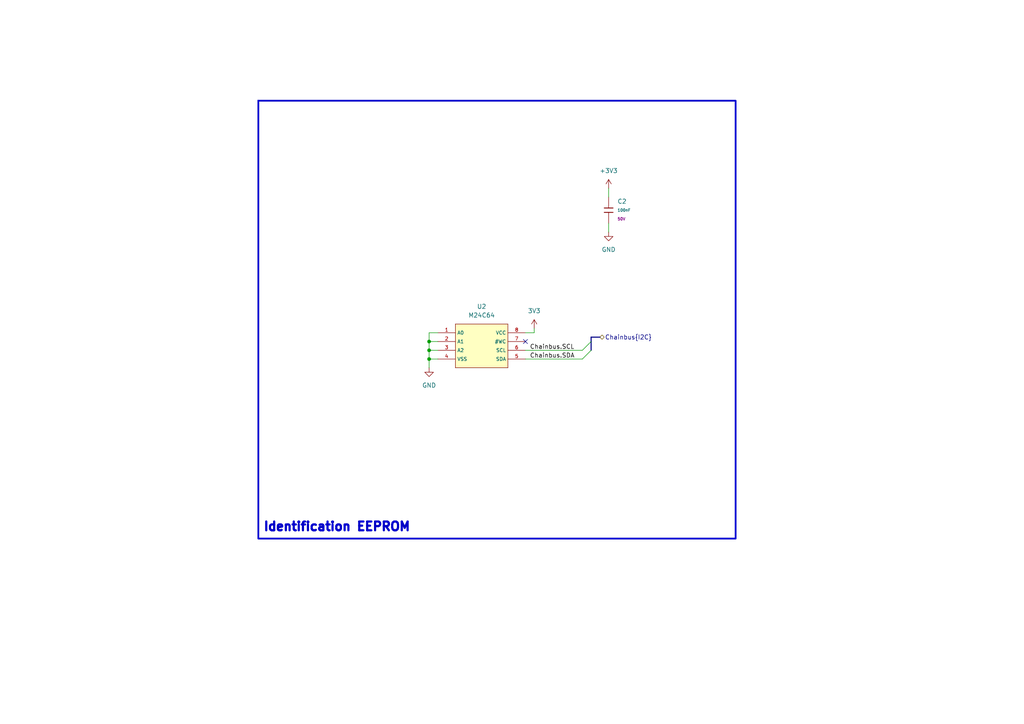
<source format=kicad_sch>
(kicad_sch
	(version 20250114)
	(generator "eeschema")
	(generator_version "9.0")
	(uuid "8ae4eda8-1dcd-4765-9563-99f70ead8592")
	(paper "A4")
	(lib_symbols
		(symbol "PCM_JLCPCB-Capacitors:0603,100nF"
			(pin_numbers
				(hide yes)
			)
			(pin_names
				(offset 0)
			)
			(exclude_from_sim no)
			(in_bom yes)
			(on_board yes)
			(property "Reference" "C"
				(at 2.032 1.668 0)
				(effects
					(font
						(size 1.27 1.27)
					)
					(justify left)
				)
			)
			(property "Value" "100nF"
				(at 2.032 -0.3782 0)
				(effects
					(font
						(size 0.8 0.8)
					)
					(justify left)
				)
			)
			(property "Footprint" "PCM_JLCPCB:C_0603"
				(at -1.778 0 90)
				(effects
					(font
						(size 1.27 1.27)
					)
					(hide yes)
				)
			)
			(property "Datasheet" "https://www.lcsc.com/datasheet/lcsc_datasheet_2211101700_YAGEO-CC0603KRX7R9BB104_C14663.pdf"
				(at 0 0 0)
				(effects
					(font
						(size 1.27 1.27)
					)
					(hide yes)
				)
			)
			(property "Description" "50V 100nF X7R ±10% 0603 Multilayer Ceramic Capacitors MLCC - SMD/SMT ROHS"
				(at 0 0 0)
				(effects
					(font
						(size 1.27 1.27)
					)
					(hide yes)
				)
			)
			(property "LCSC" "C14663"
				(at 0 0 0)
				(effects
					(font
						(size 1.27 1.27)
					)
					(hide yes)
				)
			)
			(property "Stock" "70324515"
				(at 0 0 0)
				(effects
					(font
						(size 1.27 1.27)
					)
					(hide yes)
				)
			)
			(property "Price" "0.006USD"
				(at 0 0 0)
				(effects
					(font
						(size 1.27 1.27)
					)
					(hide yes)
				)
			)
			(property "Process" "SMT"
				(at 0 0 0)
				(effects
					(font
						(size 1.27 1.27)
					)
					(hide yes)
				)
			)
			(property "Minimum Qty" "20"
				(at 0 0 0)
				(effects
					(font
						(size 1.27 1.27)
					)
					(hide yes)
				)
			)
			(property "Attrition Qty" "10"
				(at 0 0 0)
				(effects
					(font
						(size 1.27 1.27)
					)
					(hide yes)
				)
			)
			(property "Class" "Basic Component"
				(at 0 0 0)
				(effects
					(font
						(size 1.27 1.27)
					)
					(hide yes)
				)
			)
			(property "Category" "Capacitors,Multilayer Ceramic Capacitors MLCC - SMD/SMT"
				(at 0 0 0)
				(effects
					(font
						(size 1.27 1.27)
					)
					(hide yes)
				)
			)
			(property "Manufacturer" "YAGEO"
				(at 0 0 0)
				(effects
					(font
						(size 1.27 1.27)
					)
					(hide yes)
				)
			)
			(property "Part" "CC0603KRX7R9BB104"
				(at 0 0 0)
				(effects
					(font
						(size 1.27 1.27)
					)
					(hide yes)
				)
			)
			(property "Voltage Rated" "50V"
				(at 2.032 -2.0462 0)
				(effects
					(font
						(size 0.8 0.8)
					)
					(justify left)
				)
			)
			(property "Tolerance" "±10%"
				(at 0 0 0)
				(effects
					(font
						(size 1.27 1.27)
					)
					(hide yes)
				)
			)
			(property "Capacitance" "100nF"
				(at 0 0 0)
				(effects
					(font
						(size 1.27 1.27)
					)
					(hide yes)
				)
			)
			(property "Temperature Coefficient" "X7R"
				(at 0 0 0)
				(effects
					(font
						(size 1.27 1.27)
					)
					(hide yes)
				)
			)
			(property "ki_fp_filters" "C_*"
				(at 0 0 0)
				(effects
					(font
						(size 1.27 1.27)
					)
					(hide yes)
				)
			)
			(symbol "0603,100nF_0_1"
				(polyline
					(pts
						(xy -1.27 0.635) (xy 1.27 0.635)
					)
					(stroke
						(width 0.254)
						(type default)
					)
					(fill
						(type none)
					)
				)
				(polyline
					(pts
						(xy -1.27 -0.635) (xy 1.27 -0.635)
					)
					(stroke
						(width 0.254)
						(type default)
					)
					(fill
						(type none)
					)
				)
			)
			(symbol "0603,100nF_1_1"
				(pin passive line
					(at 0 3.81 270)
					(length 3.175)
					(name "~"
						(effects
							(font
								(size 1.27 1.27)
							)
						)
					)
					(number "1"
						(effects
							(font
								(size 1.27 1.27)
							)
						)
					)
				)
				(pin passive line
					(at 0 -3.81 90)
					(length 3.175)
					(name "~"
						(effects
							(font
								(size 1.27 1.27)
							)
						)
					)
					(number "2"
						(effects
							(font
								(size 1.27 1.27)
							)
						)
					)
				)
			)
			(embedded_fonts no)
		)
		(symbol "PCM_JLCPCB-Memory:64Kbit, I2C"
			(exclude_from_sim no)
			(in_bom yes)
			(on_board yes)
			(property "Reference" "U"
				(at 0 1.27 0)
				(effects
					(font
						(size 1.27 1.27)
					)
				)
			)
			(property "Value" "M24C64"
				(at 0 -2.54 0)
				(effects
					(font
						(size 1.27 1.27)
					)
				)
			)
			(property "Footprint" "PCM_JLCPCB:SOIC-8_L5.0-W4.0-P1.27-LS6.0-BL"
				(at 0 -10.16 0)
				(effects
					(font
						(size 1.27 1.27)
						(italic yes)
					)
					(hide yes)
				)
			)
			(property "Datasheet" "https://www.lcsc.com/datasheet/lcsc_datasheet_1809261911_STMicroelectronics-M24C64-RMN6TP_C79988.pdf"
				(at -2.286 0.127 0)
				(effects
					(font
						(size 1.27 1.27)
					)
					(justify left)
					(hide yes)
				)
			)
			(property "Description" "64Kbit I2C SOIC-8 EEPROM ROHS"
				(at 0 0 0)
				(effects
					(font
						(size 1.27 1.27)
					)
					(hide yes)
				)
			)
			(property "LCSC" "C79988"
				(at 0 0 0)
				(effects
					(font
						(size 1.27 1.27)
					)
					(hide yes)
				)
			)
			(property "Stock" "133697"
				(at 0 0 0)
				(effects
					(font
						(size 1.27 1.27)
					)
					(hide yes)
				)
			)
			(property "Price" "0.119USD"
				(at 0 0 0)
				(effects
					(font
						(size 1.27 1.27)
					)
					(hide yes)
				)
			)
			(property "Process" "SMT"
				(at 0 0 0)
				(effects
					(font
						(size 1.27 1.27)
					)
					(hide yes)
				)
			)
			(property "Minimum Qty" "1"
				(at 0 0 0)
				(effects
					(font
						(size 1.27 1.27)
					)
					(hide yes)
				)
			)
			(property "Attrition Qty" "0"
				(at 0 0 0)
				(effects
					(font
						(size 1.27 1.27)
					)
					(hide yes)
				)
			)
			(property "Class" "Preferred Component"
				(at 0 0 0)
				(effects
					(font
						(size 1.27 1.27)
					)
					(hide yes)
				)
			)
			(property "Category" "Memory,EEPROM"
				(at 0 0 0)
				(effects
					(font
						(size 1.27 1.27)
					)
					(hide yes)
				)
			)
			(property "Manufacturer" "STMicroelectronics"
				(at 0 0 0)
				(effects
					(font
						(size 1.27 1.27)
					)
					(hide yes)
				)
			)
			(property "Part" "M24C64-RMN6TP"
				(at 0 0 0)
				(effects
					(font
						(size 1.27 1.27)
					)
					(hide yes)
				)
			)
			(property "Interface Type" "I2C"
				(at 0 0 0)
				(effects
					(font
						(size 1.27 1.27)
					)
					(hide yes)
				)
			)
			(property "Supply Voltage" "1.8V~5.5V"
				(at 0 0 0)
				(effects
					(font
						(size 1.27 1.27)
					)
					(hide yes)
				)
			)
			(property "Memory Size" "64Kbit"
				(at 0 0 0)
				(effects
					(font
						(size 1.27 1.27)
					)
					(hide yes)
				)
			)
			(property "Operating Temperature" "-40°C~+85°C"
				(at 0 0 0)
				(effects
					(font
						(size 1.27 1.27)
					)
					(hide yes)
				)
			)
			(property "ki_keywords" "C79988"
				(at 0 0 0)
				(effects
					(font
						(size 1.27 1.27)
					)
					(hide yes)
				)
			)
			(symbol "64Kbit, I2C_0_1"
				(rectangle
					(start -7.62 7.62)
					(end 7.62 -5.08)
					(stroke
						(width 0)
						(type default)
					)
					(fill
						(type background)
					)
				)
				(pin unspecified line
					(at -12.7 5.08 0)
					(length 5.08)
					(name "A0"
						(effects
							(font
								(size 1 1)
							)
						)
					)
					(number "1"
						(effects
							(font
								(size 1 1)
							)
						)
					)
				)
				(pin unspecified line
					(at -12.7 2.54 0)
					(length 5.08)
					(name "A1"
						(effects
							(font
								(size 1 1)
							)
						)
					)
					(number "2"
						(effects
							(font
								(size 1 1)
							)
						)
					)
				)
				(pin unspecified line
					(at -12.7 0 0)
					(length 5.08)
					(name "A2"
						(effects
							(font
								(size 1 1)
							)
						)
					)
					(number "3"
						(effects
							(font
								(size 1 1)
							)
						)
					)
				)
				(pin power_in line
					(at -12.7 -2.54 0)
					(length 5.08)
					(name "VSS"
						(effects
							(font
								(size 1 1)
							)
						)
					)
					(number "4"
						(effects
							(font
								(size 1 1)
							)
						)
					)
				)
				(pin power_in line
					(at 12.7 5.08 180)
					(length 5.08)
					(name "VCC"
						(effects
							(font
								(size 1 1)
							)
						)
					)
					(number "8"
						(effects
							(font
								(size 1 1)
							)
						)
					)
				)
				(pin unspecified line
					(at 12.7 2.54 180)
					(length 5.08)
					(name "#WC"
						(effects
							(font
								(size 1 1)
							)
						)
					)
					(number "7"
						(effects
							(font
								(size 1 1)
							)
						)
					)
				)
				(pin unspecified line
					(at 12.7 0 180)
					(length 5.08)
					(name "SCL"
						(effects
							(font
								(size 1 1)
							)
						)
					)
					(number "6"
						(effects
							(font
								(size 1 1)
							)
						)
					)
				)
				(pin bidirectional line
					(at 12.7 -2.54 180)
					(length 5.08)
					(name "SDA"
						(effects
							(font
								(size 1 1)
							)
						)
					)
					(number "5"
						(effects
							(font
								(size 1 1)
							)
						)
					)
				)
			)
			(embedded_fonts no)
		)
		(symbol "power:+3.3V"
			(power)
			(pin_numbers
				(hide yes)
			)
			(pin_names
				(offset 0)
				(hide yes)
			)
			(exclude_from_sim no)
			(in_bom yes)
			(on_board yes)
			(property "Reference" "#PWR"
				(at 0 -3.81 0)
				(effects
					(font
						(size 1.27 1.27)
					)
					(hide yes)
				)
			)
			(property "Value" "+3.3V"
				(at 0 3.556 0)
				(effects
					(font
						(size 1.27 1.27)
					)
				)
			)
			(property "Footprint" ""
				(at 0 0 0)
				(effects
					(font
						(size 1.27 1.27)
					)
					(hide yes)
				)
			)
			(property "Datasheet" ""
				(at 0 0 0)
				(effects
					(font
						(size 1.27 1.27)
					)
					(hide yes)
				)
			)
			(property "Description" "Power symbol creates a global label with name \"+3.3V\""
				(at 0 0 0)
				(effects
					(font
						(size 1.27 1.27)
					)
					(hide yes)
				)
			)
			(property "ki_keywords" "global power"
				(at 0 0 0)
				(effects
					(font
						(size 1.27 1.27)
					)
					(hide yes)
				)
			)
			(symbol "+3.3V_0_1"
				(polyline
					(pts
						(xy -0.762 1.27) (xy 0 2.54)
					)
					(stroke
						(width 0)
						(type default)
					)
					(fill
						(type none)
					)
				)
				(polyline
					(pts
						(xy 0 2.54) (xy 0.762 1.27)
					)
					(stroke
						(width 0)
						(type default)
					)
					(fill
						(type none)
					)
				)
				(polyline
					(pts
						(xy 0 0) (xy 0 2.54)
					)
					(stroke
						(width 0)
						(type default)
					)
					(fill
						(type none)
					)
				)
			)
			(symbol "+3.3V_1_1"
				(pin power_in line
					(at 0 0 90)
					(length 0)
					(name "~"
						(effects
							(font
								(size 1.27 1.27)
							)
						)
					)
					(number "1"
						(effects
							(font
								(size 1.27 1.27)
							)
						)
					)
				)
			)
			(embedded_fonts no)
		)
		(symbol "power:+5V"
			(power)
			(pin_numbers
				(hide yes)
			)
			(pin_names
				(offset 0)
				(hide yes)
			)
			(exclude_from_sim no)
			(in_bom yes)
			(on_board yes)
			(property "Reference" "#PWR"
				(at 0 -3.81 0)
				(effects
					(font
						(size 1.27 1.27)
					)
					(hide yes)
				)
			)
			(property "Value" "+5V"
				(at 0 3.556 0)
				(effects
					(font
						(size 1.27 1.27)
					)
				)
			)
			(property "Footprint" ""
				(at 0 0 0)
				(effects
					(font
						(size 1.27 1.27)
					)
					(hide yes)
				)
			)
			(property "Datasheet" ""
				(at 0 0 0)
				(effects
					(font
						(size 1.27 1.27)
					)
					(hide yes)
				)
			)
			(property "Description" "Power symbol creates a global label with name \"+5V\""
				(at 0 0 0)
				(effects
					(font
						(size 1.27 1.27)
					)
					(hide yes)
				)
			)
			(property "ki_keywords" "global power"
				(at 0 0 0)
				(effects
					(font
						(size 1.27 1.27)
					)
					(hide yes)
				)
			)
			(symbol "+5V_0_1"
				(polyline
					(pts
						(xy -0.762 1.27) (xy 0 2.54)
					)
					(stroke
						(width 0)
						(type default)
					)
					(fill
						(type none)
					)
				)
				(polyline
					(pts
						(xy 0 2.54) (xy 0.762 1.27)
					)
					(stroke
						(width 0)
						(type default)
					)
					(fill
						(type none)
					)
				)
				(polyline
					(pts
						(xy 0 0) (xy 0 2.54)
					)
					(stroke
						(width 0)
						(type default)
					)
					(fill
						(type none)
					)
				)
			)
			(symbol "+5V_1_1"
				(pin power_in line
					(at 0 0 90)
					(length 0)
					(name "~"
						(effects
							(font
								(size 1.27 1.27)
							)
						)
					)
					(number "1"
						(effects
							(font
								(size 1.27 1.27)
							)
						)
					)
				)
			)
			(embedded_fonts no)
		)
		(symbol "power:GND"
			(power)
			(pin_numbers
				(hide yes)
			)
			(pin_names
				(offset 0)
				(hide yes)
			)
			(exclude_from_sim no)
			(in_bom yes)
			(on_board yes)
			(property "Reference" "#PWR"
				(at 0 -6.35 0)
				(effects
					(font
						(size 1.27 1.27)
					)
					(hide yes)
				)
			)
			(property "Value" "GND"
				(at 0 -3.81 0)
				(effects
					(font
						(size 1.27 1.27)
					)
				)
			)
			(property "Footprint" ""
				(at 0 0 0)
				(effects
					(font
						(size 1.27 1.27)
					)
					(hide yes)
				)
			)
			(property "Datasheet" ""
				(at 0 0 0)
				(effects
					(font
						(size 1.27 1.27)
					)
					(hide yes)
				)
			)
			(property "Description" "Power symbol creates a global label with name \"GND\" , ground"
				(at 0 0 0)
				(effects
					(font
						(size 1.27 1.27)
					)
					(hide yes)
				)
			)
			(property "ki_keywords" "global power"
				(at 0 0 0)
				(effects
					(font
						(size 1.27 1.27)
					)
					(hide yes)
				)
			)
			(symbol "GND_0_1"
				(polyline
					(pts
						(xy 0 0) (xy 0 -1.27) (xy 1.27 -1.27) (xy 0 -2.54) (xy -1.27 -1.27) (xy 0 -1.27)
					)
					(stroke
						(width 0)
						(type default)
					)
					(fill
						(type none)
					)
				)
			)
			(symbol "GND_1_1"
				(pin power_in line
					(at 0 0 270)
					(length 0)
					(name "~"
						(effects
							(font
								(size 1.27 1.27)
							)
						)
					)
					(number "1"
						(effects
							(font
								(size 1.27 1.27)
							)
						)
					)
				)
			)
			(embedded_fonts no)
		)
	)
	(rectangle
		(start 74.93 29.21)
		(end 213.36 156.21)
		(stroke
			(width 0.508)
			(type solid)
		)
		(fill
			(type none)
		)
		(uuid 81ce858c-b837-4a5a-a4ed-68121f0cbed1)
	)
	(text "Identification EEPROM"
		(exclude_from_sim no)
		(at 76.2 152.908 0)
		(effects
			(font
				(size 2.54 2.54)
				(thickness 0.762)
				(bold yes)
			)
			(justify left)
		)
		(uuid "509925c6-51e8-4483-865c-9051378f51ad")
	)
	(junction
		(at 124.46 104.14)
		(diameter 0)
		(color 0 0 0 0)
		(uuid "2a653370-1520-4225-ba79-3321b488743d")
	)
	(junction
		(at 124.46 99.06)
		(diameter 0)
		(color 0 0 0 0)
		(uuid "dd4456dd-34c1-456e-9209-e4f55f2d1924")
	)
	(junction
		(at 124.46 101.6)
		(diameter 0)
		(color 0 0 0 0)
		(uuid "f0db0181-7d10-442b-8b04-0a066001394c")
	)
	(no_connect
		(at 152.4 99.06)
		(uuid "5fb495f1-6190-4ee9-819f-d732d193d13a")
	)
	(bus_entry
		(at 171.45 99.06)
		(size -2.54 2.54)
		(stroke
			(width 0)
			(type default)
		)
		(uuid "31fec774-98d7-4a68-ab26-49c881919b03")
	)
	(bus_entry
		(at 171.45 101.6)
		(size -2.54 2.54)
		(stroke
			(width 0)
			(type default)
		)
		(uuid "efe50fa4-67e3-4384-a2d5-f779c81d9fcd")
	)
	(bus
		(pts
			(xy 171.45 99.06) (xy 171.45 101.6)
		)
		(stroke
			(width 0)
			(type default)
		)
		(uuid "13effad0-2b79-4bd3-96b2-3cea5a4d519b")
	)
	(bus
		(pts
			(xy 171.45 97.79) (xy 171.45 99.06)
		)
		(stroke
			(width 0)
			(type default)
		)
		(uuid "14f8e0a3-e774-4a71-8d4c-b53391bce780")
	)
	(wire
		(pts
			(xy 124.46 99.06) (xy 124.46 96.52)
		)
		(stroke
			(width 0)
			(type default)
		)
		(uuid "1b35ca78-957b-4596-ac9c-0aed08758ef0")
	)
	(wire
		(pts
			(xy 152.4 101.6) (xy 168.91 101.6)
		)
		(stroke
			(width 0)
			(type default)
		)
		(uuid "390ecbcd-83b8-414f-a5bf-899ad8c92bf0")
	)
	(wire
		(pts
			(xy 124.46 104.14) (xy 124.46 101.6)
		)
		(stroke
			(width 0)
			(type default)
		)
		(uuid "412d4550-a812-45df-b441-04026d3ec47f")
	)
	(wire
		(pts
			(xy 124.46 96.52) (xy 127 96.52)
		)
		(stroke
			(width 0)
			(type default)
		)
		(uuid "650f629f-fe05-4e9c-a3db-c4c49fad4c1c")
	)
	(wire
		(pts
			(xy 124.46 99.06) (xy 127 99.06)
		)
		(stroke
			(width 0)
			(type default)
		)
		(uuid "728cf9da-284a-4892-8c29-b1c3aca4d0fe")
	)
	(wire
		(pts
			(xy 124.46 104.14) (xy 127 104.14)
		)
		(stroke
			(width 0)
			(type default)
		)
		(uuid "734307d5-3468-4f67-ac1f-093f1d1b05ac")
	)
	(wire
		(pts
			(xy 152.4 96.52) (xy 154.94 96.52)
		)
		(stroke
			(width 0)
			(type default)
		)
		(uuid "74538809-5e18-4871-9e2e-0fdc2ea63140")
	)
	(wire
		(pts
			(xy 152.4 104.14) (xy 168.91 104.14)
		)
		(stroke
			(width 0)
			(type default)
		)
		(uuid "82b71c86-06e0-44cd-bfdf-4f26798398a0")
	)
	(bus
		(pts
			(xy 173.99 97.79) (xy 171.45 97.79)
		)
		(stroke
			(width 0)
			(type default)
		)
		(uuid "8b9c1382-04a1-4907-a919-29b12a8eec1c")
	)
	(wire
		(pts
			(xy 176.53 64.77) (xy 176.53 67.31)
		)
		(stroke
			(width 0)
			(type default)
		)
		(uuid "98b3ce5b-06a7-4de3-90a6-9af71efffd51")
	)
	(wire
		(pts
			(xy 154.94 95.25) (xy 154.94 96.52)
		)
		(stroke
			(width 0)
			(type default)
		)
		(uuid "9a198dd3-cb37-4687-957b-c9b5f548cda8")
	)
	(wire
		(pts
			(xy 176.53 54.61) (xy 176.53 57.15)
		)
		(stroke
			(width 0)
			(type default)
		)
		(uuid "ab459de9-5efc-4438-bdfd-ff2a1bba4188")
	)
	(wire
		(pts
			(xy 124.46 101.6) (xy 127 101.6)
		)
		(stroke
			(width 0)
			(type default)
		)
		(uuid "be3f7492-cc69-4be0-969c-d621223fef90")
	)
	(wire
		(pts
			(xy 124.46 101.6) (xy 124.46 99.06)
		)
		(stroke
			(width 0)
			(type default)
		)
		(uuid "db5b0afb-3315-49dd-ac4f-f58619a499da")
	)
	(wire
		(pts
			(xy 124.46 106.68) (xy 124.46 104.14)
		)
		(stroke
			(width 0)
			(type default)
		)
		(uuid "fd567066-c267-4ccf-a61b-6f5c479ac704")
	)
	(label "Chainbus.SDA"
		(at 153.67 104.14 0)
		(effects
			(font
				(size 1.27 1.27)
			)
			(justify left bottom)
		)
		(uuid "15d90f1f-a4dc-4265-8d58-880e22e694ae")
	)
	(label "Chainbus.SCL"
		(at 153.67 101.6 0)
		(effects
			(font
				(size 1.27 1.27)
			)
			(justify left bottom)
		)
		(uuid "2b02bdad-9e27-46ad-9017-d6c44d090284")
	)
	(hierarchical_label "Chainbus{I2C}"
		(shape bidirectional)
		(at 173.99 97.79 0)
		(effects
			(font
				(size 1.27 1.27)
			)
			(justify left)
		)
		(uuid "4c5ca7ec-1caa-4948-9a5a-3bdabf4ff368")
	)
	(symbol
		(lib_id "PCM_JLCPCB-Memory:64Kbit, I2C")
		(at 139.7 101.6 0)
		(unit 1)
		(exclude_from_sim no)
		(in_bom yes)
		(on_board yes)
		(dnp no)
		(fields_autoplaced yes)
		(uuid "1c2a0270-ec6a-4d03-b1bd-532daf9cee9f")
		(property "Reference" "U2"
			(at 139.7 88.9 0)
			(effects
				(font
					(size 1.27 1.27)
				)
			)
		)
		(property "Value" "M24C64"
			(at 139.7 91.44 0)
			(effects
				(font
					(size 1.27 1.27)
				)
			)
		)
		(property "Footprint" "PCM_JLCPCB:SOIC-8_L5.0-W4.0-P1.27-LS6.0-BL"
			(at 139.7 111.76 0)
			(effects
				(font
					(size 1.27 1.27)
					(italic yes)
				)
				(hide yes)
			)
		)
		(property "Datasheet" "https://www.lcsc.com/datasheet/lcsc_datasheet_1809261911_STMicroelectronics-M24C64-RMN6TP_C79988.pdf"
			(at 137.414 101.473 0)
			(effects
				(font
					(size 1.27 1.27)
				)
				(justify left)
				(hide yes)
			)
		)
		(property "Description" "64Kbit I2C SOIC-8 EEPROM ROHS"
			(at 139.7 101.6 0)
			(effects
				(font
					(size 1.27 1.27)
				)
				(hide yes)
			)
		)
		(property "LCSC" "C79988"
			(at 139.7 101.6 0)
			(effects
				(font
					(size 1.27 1.27)
				)
				(hide yes)
			)
		)
		(property "Stock" "133697"
			(at 139.7 101.6 0)
			(effects
				(font
					(size 1.27 1.27)
				)
				(hide yes)
			)
		)
		(property "Price" "0.119USD"
			(at 139.7 101.6 0)
			(effects
				(font
					(size 1.27 1.27)
				)
				(hide yes)
			)
		)
		(property "Process" "SMT"
			(at 139.7 101.6 0)
			(effects
				(font
					(size 1.27 1.27)
				)
				(hide yes)
			)
		)
		(property "Minimum Qty" "1"
			(at 139.7 101.6 0)
			(effects
				(font
					(size 1.27 1.27)
				)
				(hide yes)
			)
		)
		(property "Attrition Qty" "0"
			(at 139.7 101.6 0)
			(effects
				(font
					(size 1.27 1.27)
				)
				(hide yes)
			)
		)
		(property "Class" "Preferred Component"
			(at 139.7 101.6 0)
			(effects
				(font
					(size 1.27 1.27)
				)
				(hide yes)
			)
		)
		(property "Category" "Memory,EEPROM"
			(at 139.7 101.6 0)
			(effects
				(font
					(size 1.27 1.27)
				)
				(hide yes)
			)
		)
		(property "Manufacturer" "STMicroelectronics"
			(at 139.7 101.6 0)
			(effects
				(font
					(size 1.27 1.27)
				)
				(hide yes)
			)
		)
		(property "Part" "M24C64-RMN6TP"
			(at 139.7 101.6 0)
			(effects
				(font
					(size 1.27 1.27)
				)
				(hide yes)
			)
		)
		(property "Interface Type" "I2C"
			(at 139.7 101.6 0)
			(effects
				(font
					(size 1.27 1.27)
				)
				(hide yes)
			)
		)
		(property "Supply Voltage" "1.8V~5.5V"
			(at 139.7 101.6 0)
			(effects
				(font
					(size 1.27 1.27)
				)
				(hide yes)
			)
		)
		(property "Memory Size" "64Kbit"
			(at 139.7 101.6 0)
			(effects
				(font
					(size 1.27 1.27)
				)
				(hide yes)
			)
		)
		(property "Operating Temperature" "-40°C~+85°C"
			(at 139.7 101.6 0)
			(effects
				(font
					(size 1.27 1.27)
				)
				(hide yes)
			)
		)
		(pin "3"
			(uuid "0c0adb12-3fe9-4035-9ab7-f0d60c0be2d8")
		)
		(pin "8"
			(uuid "653caef2-cb91-43a7-b088-a724e328bac0")
		)
		(pin "6"
			(uuid "e4346ec3-8157-4163-958c-765608159187")
		)
		(pin "2"
			(uuid "fb23cb44-6b05-4f79-a335-7578d032d0ae")
		)
		(pin "1"
			(uuid "40e3a11a-faed-47e4-8f51-2f68bffe795f")
		)
		(pin "4"
			(uuid "feea33d8-b601-469b-bead-f3d3db35f03d")
		)
		(pin "7"
			(uuid "40ffd76a-8536-4042-a60f-0578205dc53c")
		)
		(pin "5"
			(uuid "d6c04b36-42c6-4c50-be7b-a8dc6cd36ff6")
		)
		(instances
			(project ""
				(path "/6596548a-44e0-46d8-8624-fd71cf4a3e17/56050d79-5900-47d6-893d-3da0e8bf5810"
					(reference "U2")
					(unit 1)
				)
			)
		)
	)
	(symbol
		(lib_id "power:GND")
		(at 176.53 67.31 0)
		(unit 1)
		(exclude_from_sim no)
		(in_bom yes)
		(on_board yes)
		(dnp no)
		(fields_autoplaced yes)
		(uuid "2d629e1f-5a5d-48d4-b681-db078f914caf")
		(property "Reference" "#PWR045"
			(at 176.53 73.66 0)
			(effects
				(font
					(size 1.27 1.27)
				)
				(hide yes)
			)
		)
		(property "Value" "GND"
			(at 176.53 72.39 0)
			(effects
				(font
					(size 1.27 1.27)
				)
			)
		)
		(property "Footprint" ""
			(at 176.53 67.31 0)
			(effects
				(font
					(size 1.27 1.27)
				)
				(hide yes)
			)
		)
		(property "Datasheet" ""
			(at 176.53 67.31 0)
			(effects
				(font
					(size 1.27 1.27)
				)
				(hide yes)
			)
		)
		(property "Description" "Power symbol creates a global label with name \"GND\" , ground"
			(at 176.53 67.31 0)
			(effects
				(font
					(size 1.27 1.27)
				)
				(hide yes)
			)
		)
		(pin "1"
			(uuid "13b4ae36-0496-4c03-b2d0-173edd7fc00d")
		)
		(instances
			(project "MMS2_hat_template_small"
				(path "/6596548a-44e0-46d8-8624-fd71cf4a3e17/56050d79-5900-47d6-893d-3da0e8bf5810"
					(reference "#PWR045")
					(unit 1)
				)
			)
		)
	)
	(symbol
		(lib_id "power:+5V")
		(at 176.53 54.61 0)
		(unit 1)
		(exclude_from_sim no)
		(in_bom yes)
		(on_board yes)
		(dnp no)
		(fields_autoplaced yes)
		(uuid "3af1a401-84c4-4a9b-a34e-73603d3639c7")
		(property "Reference" "#PWR044"
			(at 176.53 58.42 0)
			(effects
				(font
					(size 1.27 1.27)
				)
				(hide yes)
			)
		)
		(property "Value" "+3V3"
			(at 176.53 49.53 0)
			(effects
				(font
					(size 1.27 1.27)
				)
			)
		)
		(property "Footprint" ""
			(at 176.53 54.61 0)
			(effects
				(font
					(size 1.27 1.27)
				)
				(hide yes)
			)
		)
		(property "Datasheet" ""
			(at 176.53 54.61 0)
			(effects
				(font
					(size 1.27 1.27)
				)
				(hide yes)
			)
		)
		(property "Description" "Power symbol creates a global label with name \"+5V\""
			(at 176.53 54.61 0)
			(effects
				(font
					(size 1.27 1.27)
				)
				(hide yes)
			)
		)
		(pin "1"
			(uuid "a086252a-3cc6-46e1-a3cc-e808133acbfd")
		)
		(instances
			(project "MMS2_hat_template_small"
				(path "/6596548a-44e0-46d8-8624-fd71cf4a3e17/56050d79-5900-47d6-893d-3da0e8bf5810"
					(reference "#PWR044")
					(unit 1)
				)
			)
		)
	)
	(symbol
		(lib_id "power:+3.3V")
		(at 154.94 95.25 0)
		(unit 1)
		(exclude_from_sim no)
		(in_bom yes)
		(on_board yes)
		(dnp no)
		(fields_autoplaced yes)
		(uuid "4189eb02-1e76-4a31-98e5-25fa57e4a209")
		(property "Reference" "#PWR043"
			(at 154.94 99.06 0)
			(effects
				(font
					(size 1.27 1.27)
				)
				(hide yes)
			)
		)
		(property "Value" "3V3"
			(at 154.94 90.17 0)
			(effects
				(font
					(size 1.27 1.27)
				)
			)
		)
		(property "Footprint" ""
			(at 154.94 95.25 0)
			(effects
				(font
					(size 1.27 1.27)
				)
				(hide yes)
			)
		)
		(property "Datasheet" ""
			(at 154.94 95.25 0)
			(effects
				(font
					(size 1.27 1.27)
				)
				(hide yes)
			)
		)
		(property "Description" "Power symbol creates a global label with name \"+3.3V\""
			(at 154.94 95.25 0)
			(effects
				(font
					(size 1.27 1.27)
				)
				(hide yes)
			)
		)
		(pin "1"
			(uuid "9e7c0e2a-546d-4b1c-a783-2c35744885f1")
		)
		(instances
			(project "MMS2_hat_template_small"
				(path "/6596548a-44e0-46d8-8624-fd71cf4a3e17/56050d79-5900-47d6-893d-3da0e8bf5810"
					(reference "#PWR043")
					(unit 1)
				)
			)
		)
	)
	(symbol
		(lib_id "PCM_JLCPCB-Capacitors:0603,100nF")
		(at 176.53 60.96 0)
		(unit 1)
		(exclude_from_sim no)
		(in_bom yes)
		(on_board yes)
		(dnp no)
		(fields_autoplaced yes)
		(uuid "6b5568b9-c7a7-4757-bbf6-15952c61a931")
		(property "Reference" "C2"
			(at 179.07 58.4199 0)
			(effects
				(font
					(size 1.27 1.27)
				)
				(justify left)
			)
		)
		(property "Value" "100nF"
			(at 179.07 60.96 0)
			(effects
				(font
					(size 0.8 0.8)
				)
				(justify left)
			)
		)
		(property "Footprint" "PCM_JLCPCB:C_0603"
			(at 174.752 60.96 90)
			(effects
				(font
					(size 1.27 1.27)
				)
				(hide yes)
			)
		)
		(property "Datasheet" "https://www.lcsc.com/datasheet/lcsc_datasheet_2211101700_YAGEO-CC0603KRX7R9BB104_C14663.pdf"
			(at 176.53 60.96 0)
			(effects
				(font
					(size 1.27 1.27)
				)
				(hide yes)
			)
		)
		(property "Description" "50V 100nF X7R ±10% 0603 Multilayer Ceramic Capacitors MLCC - SMD/SMT ROHS"
			(at 176.53 60.96 0)
			(effects
				(font
					(size 1.27 1.27)
				)
				(hide yes)
			)
		)
		(property "LCSC" "C14663"
			(at 176.53 60.96 0)
			(effects
				(font
					(size 1.27 1.27)
				)
				(hide yes)
			)
		)
		(property "Stock" "70324515"
			(at 176.53 60.96 0)
			(effects
				(font
					(size 1.27 1.27)
				)
				(hide yes)
			)
		)
		(property "Price" "0.006USD"
			(at 176.53 60.96 0)
			(effects
				(font
					(size 1.27 1.27)
				)
				(hide yes)
			)
		)
		(property "Process" "SMT"
			(at 176.53 60.96 0)
			(effects
				(font
					(size 1.27 1.27)
				)
				(hide yes)
			)
		)
		(property "Minimum Qty" "20"
			(at 176.53 60.96 0)
			(effects
				(font
					(size 1.27 1.27)
				)
				(hide yes)
			)
		)
		(property "Attrition Qty" "10"
			(at 176.53 60.96 0)
			(effects
				(font
					(size 1.27 1.27)
				)
				(hide yes)
			)
		)
		(property "Class" "Basic Component"
			(at 176.53 60.96 0)
			(effects
				(font
					(size 1.27 1.27)
				)
				(hide yes)
			)
		)
		(property "Category" "Capacitors,Multilayer Ceramic Capacitors MLCC - SMD/SMT"
			(at 176.53 60.96 0)
			(effects
				(font
					(size 1.27 1.27)
				)
				(hide yes)
			)
		)
		(property "Manufacturer" "YAGEO"
			(at 176.53 60.96 0)
			(effects
				(font
					(size 1.27 1.27)
				)
				(hide yes)
			)
		)
		(property "Part" "CC0603KRX7R9BB104"
			(at 176.53 60.96 0)
			(effects
				(font
					(size 1.27 1.27)
				)
				(hide yes)
			)
		)
		(property "Voltage Rated" "50V"
			(at 179.07 63.5 0)
			(effects
				(font
					(size 0.8 0.8)
				)
				(justify left)
			)
		)
		(property "Tolerance" "±10%"
			(at 176.53 60.96 0)
			(effects
				(font
					(size 1.27 1.27)
				)
				(hide yes)
			)
		)
		(property "Capacitance" "100nF"
			(at 176.53 60.96 0)
			(effects
				(font
					(size 1.27 1.27)
				)
				(hide yes)
			)
		)
		(property "Temperature Coefficient" "X7R"
			(at 176.53 60.96 0)
			(effects
				(font
					(size 1.27 1.27)
				)
				(hide yes)
			)
		)
		(pin "1"
			(uuid "6c5900c3-fbe6-40e6-8d96-f6cb7df03fce")
		)
		(pin "2"
			(uuid "9deef5c5-5f94-4b1a-ab3a-4d8c57af0a98")
		)
		(instances
			(project "MMS3_hat_stepper_controler"
				(path "/6596548a-44e0-46d8-8624-fd71cf4a3e17/56050d79-5900-47d6-893d-3da0e8bf5810"
					(reference "C2")
					(unit 1)
				)
			)
		)
	)
	(symbol
		(lib_id "power:GND")
		(at 124.46 106.68 0)
		(unit 1)
		(exclude_from_sim no)
		(in_bom yes)
		(on_board yes)
		(dnp no)
		(fields_autoplaced yes)
		(uuid "d704a652-9d2a-4c6e-b6ee-6dfbbbe9d572")
		(property "Reference" "#PWR042"
			(at 124.46 113.03 0)
			(effects
				(font
					(size 1.27 1.27)
				)
				(hide yes)
			)
		)
		(property "Value" "GND"
			(at 124.46 111.76 0)
			(effects
				(font
					(size 1.27 1.27)
				)
			)
		)
		(property "Footprint" ""
			(at 124.46 106.68 0)
			(effects
				(font
					(size 1.27 1.27)
				)
				(hide yes)
			)
		)
		(property "Datasheet" ""
			(at 124.46 106.68 0)
			(effects
				(font
					(size 1.27 1.27)
				)
				(hide yes)
			)
		)
		(property "Description" "Power symbol creates a global label with name \"GND\" , ground"
			(at 124.46 106.68 0)
			(effects
				(font
					(size 1.27 1.27)
				)
				(hide yes)
			)
		)
		(pin "1"
			(uuid "236e8ef2-9f2d-4002-8acc-d9fee3ec57e7")
		)
		(instances
			(project "MMS2_hat_template_small"
				(path "/6596548a-44e0-46d8-8624-fd71cf4a3e17/56050d79-5900-47d6-893d-3da0e8bf5810"
					(reference "#PWR042")
					(unit 1)
				)
			)
		)
	)
)

</source>
